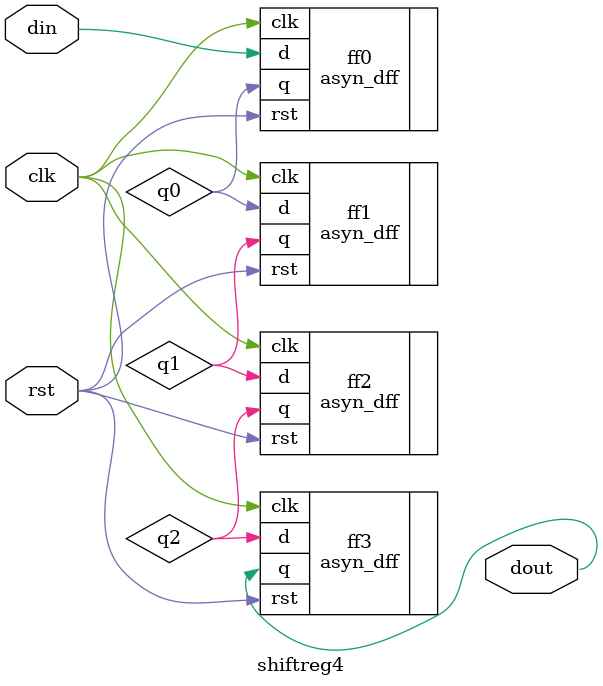
<source format=v>
module shiftreg4 (
  clk,
  rst,
  din,
  dout
);

  input          clk;
  input          rst;
  input          din;
  output         dout;

  wire           dout;
  wire           q0;
  wire           q1;
  wire           q2;

  asyn_dff ff0 (
    .clk ( clk ),
    .rst ( rst ),
    .d   ( din ),
    .q   ( q0  )
  );

  asyn_dff ff1 (
    .clk ( clk ),
    .rst ( rst ),
    .d   ( q0  ),
    .q   ( q1  )
  );

  asyn_dff ff2 (
    .clk ( clk ),
    .rst ( rst ),
    .d   ( q1  ),
    .q   ( q2  )
  );

  asyn_dff ff3 (
    .clk ( clk  ),
    .rst ( rst  ),
    .d   ( q2   ),
    .q   ( dout )
  );

endmodule


</source>
